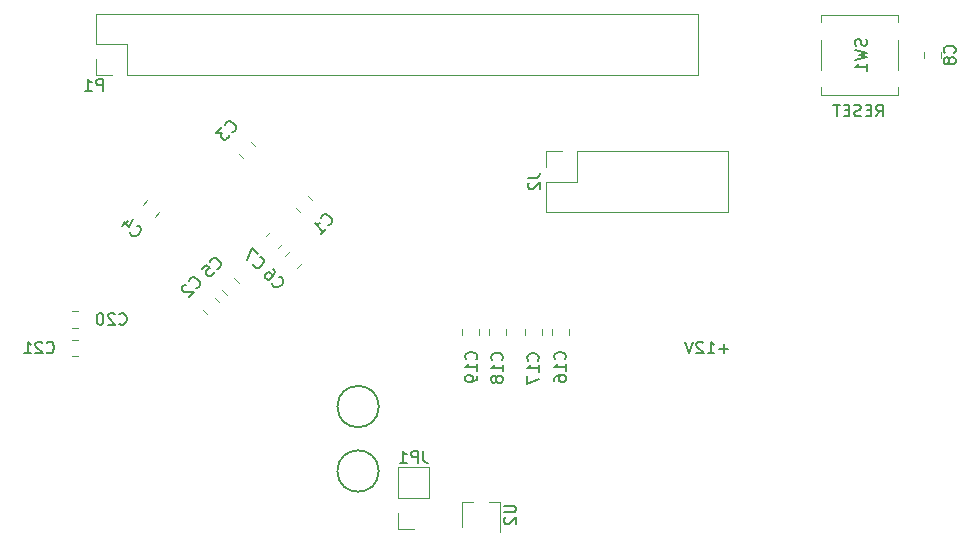
<source format=gbo>
G04 #@! TF.GenerationSoftware,KiCad,Pcbnew,5.1.4-e60b266~84~ubuntu18.04.1*
G04 #@! TF.CreationDate,2019-09-21T13:12:49-05:00*
G04 #@! TF.ProjectId,BPSDisplay,42505344-6973-4706-9c61-792e6b696361,rev?*
G04 #@! TF.SameCoordinates,Original*
G04 #@! TF.FileFunction,Legend,Bot*
G04 #@! TF.FilePolarity,Positive*
%FSLAX46Y46*%
G04 Gerber Fmt 4.6, Leading zero omitted, Abs format (unit mm)*
G04 Created by KiCad (PCBNEW 5.1.4-e60b266~84~ubuntu18.04.1) date 2019-09-21 13:12:49*
%MOMM*%
%LPD*%
G04 APERTURE LIST*
%ADD10C,0.150000*%
%ADD11C,0.120000*%
G04 APERTURE END LIST*
D10*
X273080380Y-103589380D02*
X273413714Y-103113190D01*
X273651809Y-103589380D02*
X273651809Y-102589380D01*
X273270857Y-102589380D01*
X273175619Y-102637000D01*
X273128000Y-102684619D01*
X273080380Y-102779857D01*
X273080380Y-102922714D01*
X273128000Y-103017952D01*
X273175619Y-103065571D01*
X273270857Y-103113190D01*
X273651809Y-103113190D01*
X272651809Y-103065571D02*
X272318476Y-103065571D01*
X272175619Y-103589380D02*
X272651809Y-103589380D01*
X272651809Y-102589380D01*
X272175619Y-102589380D01*
X271794666Y-103541761D02*
X271651809Y-103589380D01*
X271413714Y-103589380D01*
X271318476Y-103541761D01*
X271270857Y-103494142D01*
X271223238Y-103398904D01*
X271223238Y-103303666D01*
X271270857Y-103208428D01*
X271318476Y-103160809D01*
X271413714Y-103113190D01*
X271604190Y-103065571D01*
X271699428Y-103017952D01*
X271747047Y-102970333D01*
X271794666Y-102875095D01*
X271794666Y-102779857D01*
X271747047Y-102684619D01*
X271699428Y-102637000D01*
X271604190Y-102589380D01*
X271366095Y-102589380D01*
X271223238Y-102637000D01*
X270794666Y-103065571D02*
X270461333Y-103065571D01*
X270318476Y-103589380D02*
X270794666Y-103589380D01*
X270794666Y-102589380D01*
X270318476Y-102589380D01*
X270032761Y-102589380D02*
X269461333Y-102589380D01*
X269747047Y-103589380D02*
X269747047Y-102589380D01*
X260562904Y-123274428D02*
X259801000Y-123274428D01*
X260181952Y-123655380D02*
X260181952Y-122893476D01*
X258801000Y-123655380D02*
X259372428Y-123655380D01*
X259086714Y-123655380D02*
X259086714Y-122655380D01*
X259181952Y-122798238D01*
X259277190Y-122893476D01*
X259372428Y-122941095D01*
X258420047Y-122750619D02*
X258372428Y-122703000D01*
X258277190Y-122655380D01*
X258039095Y-122655380D01*
X257943857Y-122703000D01*
X257896238Y-122750619D01*
X257848619Y-122845857D01*
X257848619Y-122941095D01*
X257896238Y-123083952D01*
X258467666Y-123655380D01*
X257848619Y-123655380D01*
X257562904Y-122655380D02*
X257229571Y-123655380D01*
X256896238Y-122655380D01*
D11*
X207040000Y-94900000D02*
X207040000Y-97500000D01*
X207040000Y-94900000D02*
X257960000Y-94900000D01*
X257960000Y-94900000D02*
X257960000Y-100100000D01*
X209640000Y-100100000D02*
X257960000Y-100100000D01*
X209640000Y-97500000D02*
X209640000Y-100100000D01*
X207040000Y-97500000D02*
X209640000Y-97500000D01*
X207040000Y-100100000D02*
X208370000Y-100100000D01*
X207040000Y-98770000D02*
X207040000Y-100100000D01*
X224957204Y-110326112D02*
X225322888Y-110691796D01*
X223953112Y-111330204D02*
X224318796Y-111695888D01*
X217448888Y-119327796D02*
X217083204Y-118962112D01*
X216444796Y-120331888D02*
X216079112Y-119966204D01*
X219127112Y-106758204D02*
X219492796Y-107123888D01*
X220131204Y-105754112D02*
X220496888Y-106119796D01*
X212003204Y-112076888D02*
X212368888Y-111711204D01*
X210999112Y-111072796D02*
X211364796Y-110707112D01*
X219099888Y-117676796D02*
X218734204Y-117311112D01*
X218095796Y-118680888D02*
X217730112Y-118315204D01*
X224433888Y-116029204D02*
X224068204Y-116394888D01*
X223429796Y-115025112D02*
X223064112Y-115390796D01*
X221778796Y-113374112D02*
X221413112Y-113739796D01*
X222782888Y-114378204D02*
X222417204Y-114743888D01*
X277137400Y-98634978D02*
X277137400Y-98117822D01*
X278557400Y-98634978D02*
X278557400Y-98117822D01*
X247065000Y-121547422D02*
X247065000Y-122064578D01*
X245645000Y-121547422D02*
X245645000Y-122064578D01*
X243359000Y-121547422D02*
X243359000Y-122064578D01*
X244779000Y-121547422D02*
X244779000Y-122064578D01*
X241731000Y-121547422D02*
X241731000Y-122064578D01*
X240311000Y-121547422D02*
X240311000Y-122064578D01*
X238025000Y-121547422D02*
X238025000Y-122064578D01*
X239445000Y-121547422D02*
X239445000Y-122064578D01*
X205465578Y-120080000D02*
X204948422Y-120080000D01*
X205465578Y-121500000D02*
X204948422Y-121500000D01*
X205465578Y-123913000D02*
X204948422Y-123913000D01*
X205465578Y-122493000D02*
X204948422Y-122493000D01*
X260512000Y-106506000D02*
X260512000Y-111706000D01*
X247752000Y-106506000D02*
X260512000Y-106506000D01*
X245152000Y-111706000D02*
X260512000Y-111706000D01*
X247752000Y-106506000D02*
X247752000Y-109106000D01*
X247752000Y-109106000D02*
X245152000Y-109106000D01*
X245152000Y-109106000D02*
X245152000Y-111706000D01*
X246482000Y-106506000D02*
X245152000Y-106506000D01*
X245152000Y-106506000D02*
X245152000Y-107836000D01*
X232579000Y-133303000D02*
X235239000Y-133303000D01*
X232579000Y-135903000D02*
X232579000Y-133303000D01*
X235239000Y-135903000D02*
X235239000Y-133303000D01*
X232579000Y-135903000D02*
X235239000Y-135903000D01*
X232579000Y-137173000D02*
X232579000Y-138503000D01*
X232579000Y-138503000D02*
X233909000Y-138503000D01*
X274897400Y-95626400D02*
X274897400Y-94976400D01*
X274897400Y-94976400D02*
X268397400Y-94976400D01*
X268397400Y-94976400D02*
X268397400Y-95626400D01*
X274897400Y-101126400D02*
X274897400Y-101776400D01*
X274897400Y-101776400D02*
X268397400Y-101776400D01*
X268397400Y-101776400D02*
X268397400Y-101126400D01*
X274897400Y-99626400D02*
X274897400Y-97126400D01*
X268397400Y-99626400D02*
X268397400Y-97126400D01*
X241234000Y-136225000D02*
X240324000Y-136225000D01*
X238924000Y-136225000D02*
X238014000Y-136225000D01*
X241234000Y-138800000D02*
X241234000Y-136225000D01*
X238014000Y-138375000D02*
X238014000Y-136225000D01*
D10*
X230960000Y-133617000D02*
G75*
G03X230960000Y-133617000I-1750000J0D01*
G01*
X230960000Y-128156000D02*
G75*
G03X230960000Y-128156000I-1750000J0D01*
G01*
X207596095Y-101430380D02*
X207596095Y-100430380D01*
X207215142Y-100430380D01*
X207119904Y-100478000D01*
X207072285Y-100525619D01*
X207024666Y-100620857D01*
X207024666Y-100763714D01*
X207072285Y-100858952D01*
X207119904Y-100906571D01*
X207215142Y-100954190D01*
X207596095Y-100954190D01*
X206072285Y-101430380D02*
X206643714Y-101430380D01*
X206358000Y-101430380D02*
X206358000Y-100430380D01*
X206453238Y-100573238D01*
X206548476Y-100668476D01*
X206643714Y-100716095D01*
X226659389Y-112796687D02*
X226726732Y-112796687D01*
X226861419Y-112729343D01*
X226928763Y-112662000D01*
X226996106Y-112527312D01*
X226996106Y-112392625D01*
X226962435Y-112291610D01*
X226861419Y-112123251D01*
X226760404Y-112022236D01*
X226592045Y-111921221D01*
X226491030Y-111887549D01*
X226356343Y-111887549D01*
X226221656Y-111954893D01*
X226154312Y-112022236D01*
X226086969Y-112156923D01*
X226086969Y-112224267D01*
X226053297Y-113537465D02*
X226457358Y-113133404D01*
X226255328Y-113335435D02*
X225548221Y-112628328D01*
X225716580Y-112662000D01*
X225851267Y-112662000D01*
X225952282Y-112628328D01*
X215483389Y-118130687D02*
X215550732Y-118130687D01*
X215685419Y-118063343D01*
X215752763Y-117996000D01*
X215820106Y-117861312D01*
X215820106Y-117726625D01*
X215786435Y-117625610D01*
X215685419Y-117457251D01*
X215584404Y-117356236D01*
X215416045Y-117255221D01*
X215315030Y-117221549D01*
X215180343Y-117221549D01*
X215045656Y-117288893D01*
X214978312Y-117356236D01*
X214910969Y-117490923D01*
X214910969Y-117558267D01*
X214641595Y-117827641D02*
X214574251Y-117827641D01*
X214473236Y-117861312D01*
X214304877Y-118029671D01*
X214271206Y-118130687D01*
X214271206Y-118198030D01*
X214304877Y-118299045D01*
X214372221Y-118366389D01*
X214506908Y-118433732D01*
X215315030Y-118433732D01*
X214877297Y-118871465D01*
X218531389Y-104922687D02*
X218598732Y-104922687D01*
X218733419Y-104855343D01*
X218800763Y-104788000D01*
X218868106Y-104653312D01*
X218868106Y-104518625D01*
X218834435Y-104417610D01*
X218733419Y-104249251D01*
X218632404Y-104148236D01*
X218464045Y-104047221D01*
X218363030Y-104013549D01*
X218228343Y-104013549D01*
X218093656Y-104080893D01*
X218026312Y-104148236D01*
X217958969Y-104282923D01*
X217958969Y-104350267D01*
X217655923Y-104518625D02*
X217218190Y-104956358D01*
X217723267Y-104990030D01*
X217622251Y-105091045D01*
X217588580Y-105192061D01*
X217588580Y-105259404D01*
X217622251Y-105360419D01*
X217790610Y-105528778D01*
X217891625Y-105562450D01*
X217958969Y-105562450D01*
X218059984Y-105528778D01*
X218262015Y-105326748D01*
X218295687Y-105225732D01*
X218295687Y-105158389D01*
X209898312Y-113413389D02*
X209898312Y-113480732D01*
X209965656Y-113615419D01*
X210033000Y-113682763D01*
X210167687Y-113750106D01*
X210302374Y-113750106D01*
X210403389Y-113716435D01*
X210571748Y-113615419D01*
X210672763Y-113514404D01*
X210773778Y-113346045D01*
X210807450Y-113245030D01*
X210807450Y-113110343D01*
X210740106Y-112975656D01*
X210672763Y-112908312D01*
X210538076Y-112840969D01*
X210470732Y-112840969D01*
X209696282Y-112403236D02*
X209224877Y-112874641D01*
X210134015Y-112302221D02*
X209797297Y-112975656D01*
X209359564Y-112537923D01*
X217261389Y-116479687D02*
X217328732Y-116479687D01*
X217463419Y-116412343D01*
X217530763Y-116345000D01*
X217598106Y-116210312D01*
X217598106Y-116075625D01*
X217564435Y-115974610D01*
X217463419Y-115806251D01*
X217362404Y-115705236D01*
X217194045Y-115604221D01*
X217093030Y-115570549D01*
X216958343Y-115570549D01*
X216823656Y-115637893D01*
X216756312Y-115705236D01*
X216688969Y-115839923D01*
X216688969Y-115907267D01*
X215981862Y-116479687D02*
X216318580Y-116142969D01*
X216688969Y-116446015D01*
X216621625Y-116446015D01*
X216520610Y-116479687D01*
X216352251Y-116648045D01*
X216318580Y-116749061D01*
X216318580Y-116816404D01*
X216352251Y-116917419D01*
X216520610Y-117085778D01*
X216621625Y-117119450D01*
X216688969Y-117119450D01*
X216789984Y-117085778D01*
X216958343Y-116917419D01*
X216992015Y-116816404D01*
X216992015Y-116749061D01*
X221963312Y-117731389D02*
X221963312Y-117798732D01*
X222030656Y-117933419D01*
X222098000Y-118000763D01*
X222232687Y-118068106D01*
X222367374Y-118068106D01*
X222468389Y-118034435D01*
X222636748Y-117933419D01*
X222737763Y-117832404D01*
X222838778Y-117664045D01*
X222872450Y-117563030D01*
X222872450Y-117428343D01*
X222805106Y-117293656D01*
X222737763Y-117226312D01*
X222603076Y-117158969D01*
X222535732Y-117158969D01*
X221996984Y-116485534D02*
X222131671Y-116620221D01*
X222165343Y-116721236D01*
X222165343Y-116788580D01*
X222131671Y-116956938D01*
X222030656Y-117125297D01*
X221761282Y-117394671D01*
X221660267Y-117428343D01*
X221592923Y-117428343D01*
X221491908Y-117394671D01*
X221357221Y-117259984D01*
X221323549Y-117158969D01*
X221323549Y-117091625D01*
X221357221Y-116990610D01*
X221525580Y-116822251D01*
X221626595Y-116788580D01*
X221693938Y-116788580D01*
X221794954Y-116822251D01*
X221929641Y-116956938D01*
X221963312Y-117057954D01*
X221963312Y-117125297D01*
X221929641Y-117226312D01*
X220312312Y-116080389D02*
X220312312Y-116147732D01*
X220379656Y-116282419D01*
X220447000Y-116349763D01*
X220581687Y-116417106D01*
X220716374Y-116417106D01*
X220817389Y-116383435D01*
X220985748Y-116282419D01*
X221086763Y-116181404D01*
X221187778Y-116013045D01*
X221221450Y-115912030D01*
X221221450Y-115777343D01*
X221154106Y-115642656D01*
X221086763Y-115575312D01*
X220952076Y-115507969D01*
X220884732Y-115507969D01*
X220716374Y-115204923D02*
X220244969Y-114733519D01*
X219840908Y-115743671D01*
X279704542Y-98209733D02*
X279752161Y-98162114D01*
X279799780Y-98019257D01*
X279799780Y-97924019D01*
X279752161Y-97781161D01*
X279656923Y-97685923D01*
X279561685Y-97638304D01*
X279371209Y-97590685D01*
X279228352Y-97590685D01*
X279037876Y-97638304D01*
X278942638Y-97685923D01*
X278847400Y-97781161D01*
X278799780Y-97924019D01*
X278799780Y-98019257D01*
X278847400Y-98162114D01*
X278895019Y-98209733D01*
X279228352Y-98781161D02*
X279180733Y-98685923D01*
X279133114Y-98638304D01*
X279037876Y-98590685D01*
X278990257Y-98590685D01*
X278895019Y-98638304D01*
X278847400Y-98685923D01*
X278799780Y-98781161D01*
X278799780Y-98971638D01*
X278847400Y-99066876D01*
X278895019Y-99114495D01*
X278990257Y-99162114D01*
X279037876Y-99162114D01*
X279133114Y-99114495D01*
X279180733Y-99066876D01*
X279228352Y-98971638D01*
X279228352Y-98781161D01*
X279275971Y-98685923D01*
X279323590Y-98638304D01*
X279418828Y-98590685D01*
X279609304Y-98590685D01*
X279704542Y-98638304D01*
X279752161Y-98685923D01*
X279799780Y-98781161D01*
X279799780Y-98971638D01*
X279752161Y-99066876D01*
X279704542Y-99114495D01*
X279609304Y-99162114D01*
X279418828Y-99162114D01*
X279323590Y-99114495D01*
X279275971Y-99066876D01*
X279228352Y-98971638D01*
X246712142Y-124163142D02*
X246759761Y-124115523D01*
X246807380Y-123972666D01*
X246807380Y-123877428D01*
X246759761Y-123734571D01*
X246664523Y-123639333D01*
X246569285Y-123591714D01*
X246378809Y-123544095D01*
X246235952Y-123544095D01*
X246045476Y-123591714D01*
X245950238Y-123639333D01*
X245855000Y-123734571D01*
X245807380Y-123877428D01*
X245807380Y-123972666D01*
X245855000Y-124115523D01*
X245902619Y-124163142D01*
X246807380Y-125115523D02*
X246807380Y-124544095D01*
X246807380Y-124829809D02*
X245807380Y-124829809D01*
X245950238Y-124734571D01*
X246045476Y-124639333D01*
X246093095Y-124544095D01*
X245807380Y-125972666D02*
X245807380Y-125782190D01*
X245855000Y-125686952D01*
X245902619Y-125639333D01*
X246045476Y-125544095D01*
X246235952Y-125496476D01*
X246616904Y-125496476D01*
X246712142Y-125544095D01*
X246759761Y-125591714D01*
X246807380Y-125686952D01*
X246807380Y-125877428D01*
X246759761Y-125972666D01*
X246712142Y-126020285D01*
X246616904Y-126067904D01*
X246378809Y-126067904D01*
X246283571Y-126020285D01*
X246235952Y-125972666D01*
X246188333Y-125877428D01*
X246188333Y-125686952D01*
X246235952Y-125591714D01*
X246283571Y-125544095D01*
X246378809Y-125496476D01*
X244426142Y-124263142D02*
X244473761Y-124215523D01*
X244521380Y-124072666D01*
X244521380Y-123977428D01*
X244473761Y-123834571D01*
X244378523Y-123739333D01*
X244283285Y-123691714D01*
X244092809Y-123644095D01*
X243949952Y-123644095D01*
X243759476Y-123691714D01*
X243664238Y-123739333D01*
X243569000Y-123834571D01*
X243521380Y-123977428D01*
X243521380Y-124072666D01*
X243569000Y-124215523D01*
X243616619Y-124263142D01*
X244521380Y-125215523D02*
X244521380Y-124644095D01*
X244521380Y-124929809D02*
X243521380Y-124929809D01*
X243664238Y-124834571D01*
X243759476Y-124739333D01*
X243807095Y-124644095D01*
X243521380Y-125548857D02*
X243521380Y-126215523D01*
X244521380Y-125786952D01*
X241378142Y-124225642D02*
X241425761Y-124178023D01*
X241473380Y-124035166D01*
X241473380Y-123939928D01*
X241425761Y-123797071D01*
X241330523Y-123701833D01*
X241235285Y-123654214D01*
X241044809Y-123606595D01*
X240901952Y-123606595D01*
X240711476Y-123654214D01*
X240616238Y-123701833D01*
X240521000Y-123797071D01*
X240473380Y-123939928D01*
X240473380Y-124035166D01*
X240521000Y-124178023D01*
X240568619Y-124225642D01*
X241473380Y-125178023D02*
X241473380Y-124606595D01*
X241473380Y-124892309D02*
X240473380Y-124892309D01*
X240616238Y-124797071D01*
X240711476Y-124701833D01*
X240759095Y-124606595D01*
X240901952Y-125749452D02*
X240854333Y-125654214D01*
X240806714Y-125606595D01*
X240711476Y-125558976D01*
X240663857Y-125558976D01*
X240568619Y-125606595D01*
X240521000Y-125654214D01*
X240473380Y-125749452D01*
X240473380Y-125939928D01*
X240521000Y-126035166D01*
X240568619Y-126082785D01*
X240663857Y-126130404D01*
X240711476Y-126130404D01*
X240806714Y-126082785D01*
X240854333Y-126035166D01*
X240901952Y-125939928D01*
X240901952Y-125749452D01*
X240949571Y-125654214D01*
X240997190Y-125606595D01*
X241092428Y-125558976D01*
X241282904Y-125558976D01*
X241378142Y-125606595D01*
X241425761Y-125654214D01*
X241473380Y-125749452D01*
X241473380Y-125939928D01*
X241425761Y-126035166D01*
X241378142Y-126082785D01*
X241282904Y-126130404D01*
X241092428Y-126130404D01*
X240997190Y-126082785D01*
X240949571Y-126035166D01*
X240901952Y-125939928D01*
X239192142Y-124163142D02*
X239239761Y-124115523D01*
X239287380Y-123972666D01*
X239287380Y-123877428D01*
X239239761Y-123734571D01*
X239144523Y-123639333D01*
X239049285Y-123591714D01*
X238858809Y-123544095D01*
X238715952Y-123544095D01*
X238525476Y-123591714D01*
X238430238Y-123639333D01*
X238335000Y-123734571D01*
X238287380Y-123877428D01*
X238287380Y-123972666D01*
X238335000Y-124115523D01*
X238382619Y-124163142D01*
X239287380Y-125115523D02*
X239287380Y-124544095D01*
X239287380Y-124829809D02*
X238287380Y-124829809D01*
X238430238Y-124734571D01*
X238525476Y-124639333D01*
X238573095Y-124544095D01*
X239287380Y-125591714D02*
X239287380Y-125782190D01*
X239239761Y-125877428D01*
X239192142Y-125925047D01*
X239049285Y-126020285D01*
X238858809Y-126067904D01*
X238477857Y-126067904D01*
X238382619Y-126020285D01*
X238335000Y-125972666D01*
X238287380Y-125877428D01*
X238287380Y-125686952D01*
X238335000Y-125591714D01*
X238382619Y-125544095D01*
X238477857Y-125496476D01*
X238715952Y-125496476D01*
X238811190Y-125544095D01*
X238858809Y-125591714D01*
X238906428Y-125686952D01*
X238906428Y-125877428D01*
X238858809Y-125972666D01*
X238811190Y-126020285D01*
X238715952Y-126067904D01*
X208987357Y-121147142D02*
X209034976Y-121194761D01*
X209177833Y-121242380D01*
X209273071Y-121242380D01*
X209415928Y-121194761D01*
X209511166Y-121099523D01*
X209558785Y-121004285D01*
X209606404Y-120813809D01*
X209606404Y-120670952D01*
X209558785Y-120480476D01*
X209511166Y-120385238D01*
X209415928Y-120290000D01*
X209273071Y-120242380D01*
X209177833Y-120242380D01*
X209034976Y-120290000D01*
X208987357Y-120337619D01*
X208606404Y-120337619D02*
X208558785Y-120290000D01*
X208463547Y-120242380D01*
X208225452Y-120242380D01*
X208130214Y-120290000D01*
X208082595Y-120337619D01*
X208034976Y-120432857D01*
X208034976Y-120528095D01*
X208082595Y-120670952D01*
X208654023Y-121242380D01*
X208034976Y-121242380D01*
X207415928Y-120242380D02*
X207320690Y-120242380D01*
X207225452Y-120290000D01*
X207177833Y-120337619D01*
X207130214Y-120432857D01*
X207082595Y-120623333D01*
X207082595Y-120861428D01*
X207130214Y-121051904D01*
X207177833Y-121147142D01*
X207225452Y-121194761D01*
X207320690Y-121242380D01*
X207415928Y-121242380D01*
X207511166Y-121194761D01*
X207558785Y-121147142D01*
X207606404Y-121051904D01*
X207654023Y-120861428D01*
X207654023Y-120623333D01*
X207606404Y-120432857D01*
X207558785Y-120337619D01*
X207511166Y-120290000D01*
X207415928Y-120242380D01*
X202849857Y-123560142D02*
X202897476Y-123607761D01*
X203040333Y-123655380D01*
X203135571Y-123655380D01*
X203278428Y-123607761D01*
X203373666Y-123512523D01*
X203421285Y-123417285D01*
X203468904Y-123226809D01*
X203468904Y-123083952D01*
X203421285Y-122893476D01*
X203373666Y-122798238D01*
X203278428Y-122703000D01*
X203135571Y-122655380D01*
X203040333Y-122655380D01*
X202897476Y-122703000D01*
X202849857Y-122750619D01*
X202468904Y-122750619D02*
X202421285Y-122703000D01*
X202326047Y-122655380D01*
X202087952Y-122655380D01*
X201992714Y-122703000D01*
X201945095Y-122750619D01*
X201897476Y-122845857D01*
X201897476Y-122941095D01*
X201945095Y-123083952D01*
X202516523Y-123655380D01*
X201897476Y-123655380D01*
X200945095Y-123655380D02*
X201516523Y-123655380D01*
X201230809Y-123655380D02*
X201230809Y-122655380D01*
X201326047Y-122798238D01*
X201421285Y-122893476D01*
X201516523Y-122941095D01*
X243604380Y-108772666D02*
X244318666Y-108772666D01*
X244461523Y-108725047D01*
X244556761Y-108629809D01*
X244604380Y-108486952D01*
X244604380Y-108391714D01*
X243699619Y-109201238D02*
X243652000Y-109248857D01*
X243604380Y-109344095D01*
X243604380Y-109582190D01*
X243652000Y-109677428D01*
X243699619Y-109725047D01*
X243794857Y-109772666D01*
X243890095Y-109772666D01*
X244032952Y-109725047D01*
X244604380Y-109153619D01*
X244604380Y-109772666D01*
X234742333Y-131926380D02*
X234742333Y-132640666D01*
X234789952Y-132783523D01*
X234885190Y-132878761D01*
X235028047Y-132926380D01*
X235123285Y-132926380D01*
X234266142Y-132926380D02*
X234266142Y-131926380D01*
X233885190Y-131926380D01*
X233789952Y-131974000D01*
X233742333Y-132021619D01*
X233694714Y-132116857D01*
X233694714Y-132259714D01*
X233742333Y-132354952D01*
X233789952Y-132402571D01*
X233885190Y-132450190D01*
X234266142Y-132450190D01*
X232742333Y-132926380D02*
X233313761Y-132926380D01*
X233028047Y-132926380D02*
X233028047Y-131926380D01*
X233123285Y-132069238D01*
X233218523Y-132164476D01*
X233313761Y-132212095D01*
X272252161Y-97043066D02*
X272299780Y-97185923D01*
X272299780Y-97424019D01*
X272252161Y-97519257D01*
X272204542Y-97566876D01*
X272109304Y-97614495D01*
X272014066Y-97614495D01*
X271918828Y-97566876D01*
X271871209Y-97519257D01*
X271823590Y-97424019D01*
X271775971Y-97233542D01*
X271728352Y-97138304D01*
X271680733Y-97090685D01*
X271585495Y-97043066D01*
X271490257Y-97043066D01*
X271395019Y-97090685D01*
X271347400Y-97138304D01*
X271299780Y-97233542D01*
X271299780Y-97471638D01*
X271347400Y-97614495D01*
X271299780Y-97947828D02*
X272299780Y-98185923D01*
X271585495Y-98376400D01*
X272299780Y-98566876D01*
X271299780Y-98804971D01*
X272299780Y-99709733D02*
X272299780Y-99138304D01*
X272299780Y-99424019D02*
X271299780Y-99424019D01*
X271442638Y-99328780D01*
X271537876Y-99233542D01*
X271585495Y-99138304D01*
X241576380Y-136538095D02*
X242385904Y-136538095D01*
X242481142Y-136585714D01*
X242528761Y-136633333D01*
X242576380Y-136728571D01*
X242576380Y-136919047D01*
X242528761Y-137014285D01*
X242481142Y-137061904D01*
X242385904Y-137109523D01*
X241576380Y-137109523D01*
X241671619Y-137538095D02*
X241624000Y-137585714D01*
X241576380Y-137680952D01*
X241576380Y-137919047D01*
X241624000Y-138014285D01*
X241671619Y-138061904D01*
X241766857Y-138109523D01*
X241862095Y-138109523D01*
X242004952Y-138061904D01*
X242576380Y-137490476D01*
X242576380Y-138109523D01*
M02*

</source>
